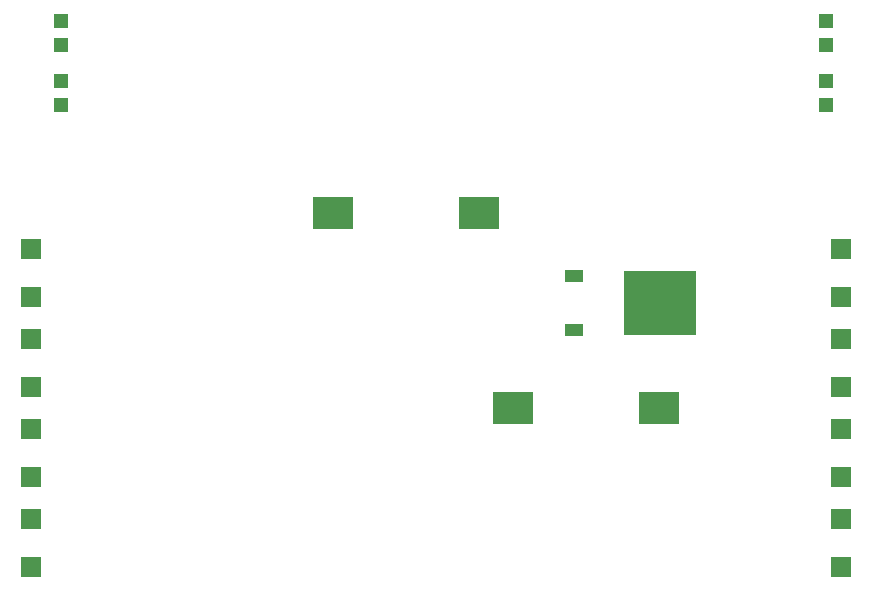
<source format=gbr>
G04 EAGLE Gerber RS-274X export*
G75*
%MOMM*%
%FSLAX34Y34*%
%LPD*%
%INSolderpaste Top*%
%IPPOS*%
%AMOC8*
5,1,8,0,0,1.08239X$1,22.5*%
G01*
%ADD10R,1.700000X1.800000*%
%ADD11R,6.200000X5.400000*%
%ADD12R,1.600000X1.000000*%
%ADD13R,1.200000X1.200000*%
%ADD14R,3.500000X2.800000*%


D10*
X723900Y271600D03*
X723900Y312600D03*
X723900Y195400D03*
X723900Y236400D03*
X723900Y119200D03*
X723900Y160200D03*
X723900Y43000D03*
X723900Y84000D03*
D11*
X571100Y266700D03*
D12*
X498100Y289500D03*
X498100Y243900D03*
D13*
X63500Y455000D03*
X63500Y434000D03*
X63500Y505800D03*
X63500Y484800D03*
X711200Y455000D03*
X711200Y434000D03*
X711200Y505800D03*
X711200Y484800D03*
D14*
X417600Y342900D03*
X293600Y342900D03*
X446000Y177800D03*
X570000Y177800D03*
D10*
X38100Y271600D03*
X38100Y312600D03*
X38100Y195400D03*
X38100Y236400D03*
X38100Y119200D03*
X38100Y160200D03*
X38100Y43000D03*
X38100Y84000D03*
M02*

</source>
